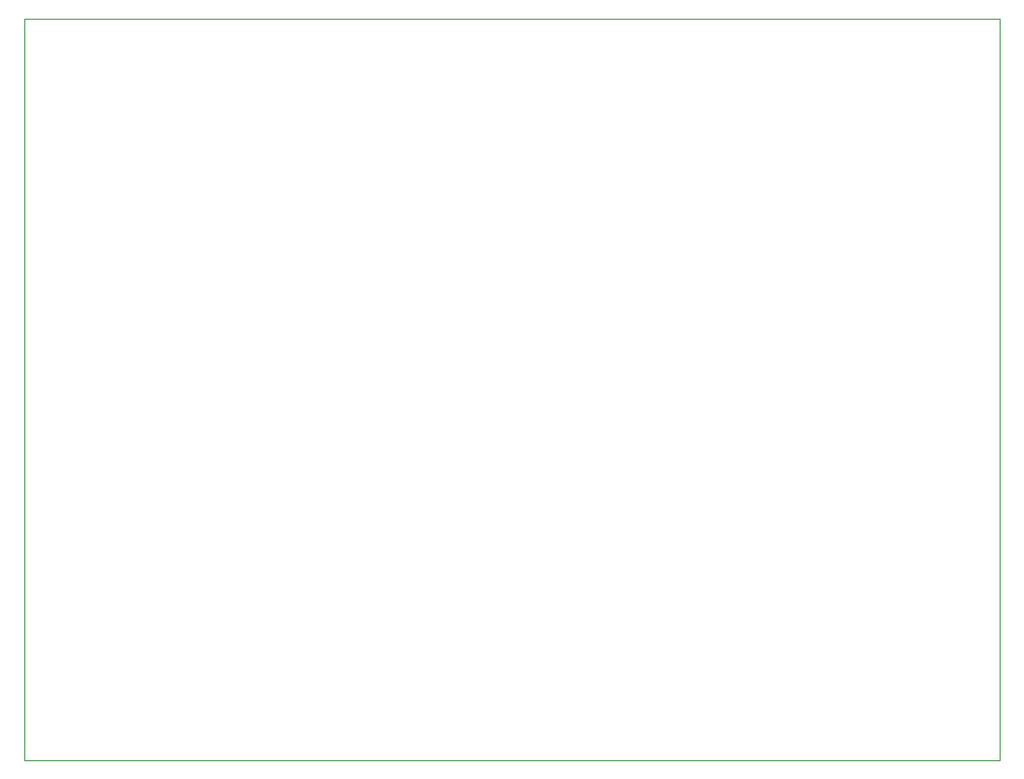
<source format=gbr>
%TF.GenerationSoftware,KiCad,Pcbnew,(5.1.10)-1*%
%TF.CreationDate,2021-11-06T16:25:45-04:00*%
%TF.ProjectId,SmartHub,536d6172-7448-4756-922e-6b696361645f,rev?*%
%TF.SameCoordinates,Original*%
%TF.FileFunction,Profile,NP*%
%FSLAX46Y46*%
G04 Gerber Fmt 4.6, Leading zero omitted, Abs format (unit mm)*
G04 Created by KiCad (PCBNEW (5.1.10)-1) date 2021-11-06 16:25:45*
%MOMM*%
%LPD*%
G01*
G04 APERTURE LIST*
%TA.AperFunction,Profile*%
%ADD10C,0.050000*%
%TD*%
G04 APERTURE END LIST*
D10*
X113208000Y-118072000D02*
X113208000Y-51016000D01*
X201346000Y-118072000D02*
X113208000Y-118072000D01*
X201346000Y-51016000D02*
X201346000Y-118072000D01*
X113208000Y-51016000D02*
X201346000Y-51016000D01*
M02*

</source>
